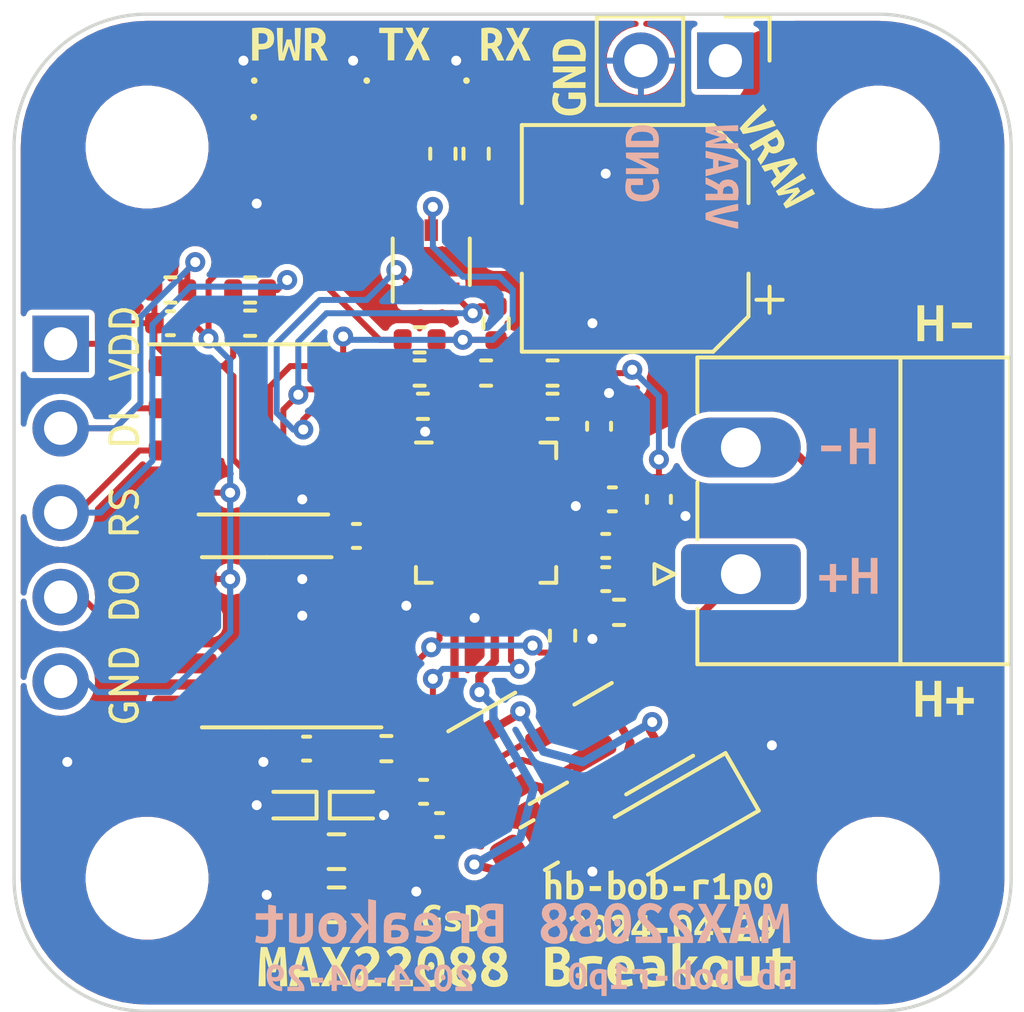
<source format=kicad_pcb>
(kicad_pcb (version 20240108) (generator "pcbnew") (generator_version "8.0")
  (title_block (title "HomeBus Breakout Board") (date "2024-04-29") (rev "r1.0") (company "Greg Davill <greg.davill@gmail.com>") (comment 1 "Based on MAX22088"))
  (layers (0 "F.Cu" signal) (31 "B.Cu" signal) (34 "B.Paste" user) (35 "F.Paste" user) (36 "B.SilkS" user "B.Silkscreen") (37 "F.SilkS" user "F.Silkscreen") (38 "B.Mask" user) (39 "F.Mask" user) (44 "Edge.Cuts" user))
  (net 0 "")
  (net 1 "VCC")
  (net 2 "GND")
  (net 3 "/VRAW")
  (net 4 "/H+")
  (net 5 "/H-")
  (net 6 "/DIN")
  (net 7 "/RST")
  (net 8 "/DOUT")
  (net 9 "Net-(C9-Pad1)")
  (net 10 "Net-(D1-A)")
  (net 11 "Net-(D2-A)")
  (net 12 "Net-(D3-A)")
  (net 13 "Net-(D6-A1)")
  (net 14 "Net-(D7-A1)")
  (net 15 "Net-(R5-Pad2)")
  (net 16 "/IOVDD")
  (net 17 "/IOGND")
  (net 18 "/_DOUT")
  (net 19 "/_DIN")
  (net 20 "/_RST")
  (net 21 "Net-(U4-CAPN)")
  (net 22 "Net-(U4-HNA)")
  (net 23 "Net-(U4-HPA)")
  (net 24 "Net-(U4-CAPP)")
  (net 25 "Net-(C10-Pad1)")
  (net 26 "Net-(C11-Pad1)")
  (net 27 "Net-(D6-A2)")
  (net 28 "Net-(D5-A)")
  (net 29 "Net-(D8-A1)")
  (net 30 "Net-(U4-SRA)")
  (net 31 "Net-(U4-~{HPEN})")
  (net 32 "Net-(R6-Pad2)")
  (net 33 "Net-(U4-TVL)")
  (net 34 "Net-(U4-TVT)")
  (net 35 "Net-(U4-TERM)")
  (net 36 "Net-(U4-HP)")
  (footprint "Resistor_SMD:R_0402_1005Metric" (layer "F.Cu") (at 178.2 83.3)
    (property "Reference" "R8" (hide yes))
    (property "Value" "27K" (hide yes))
  )
  (footprint "kibuzzard-65B9E354" (layer "F.Cu") (at 175.2 99.7)
    (property "Reference" "kibuzzard-65B9E354" (hide yes))
    (property "Value" "G***" (hide yes))
  )
  (footprint "kibuzzard-65B629EE" (layer "F.Cu") (at 176.8 73.4)
    (property "Reference" "kibuzzard-65B629EE" (hide yes))
    (property "Value" "G***" (hide yes))
  )
  (footprint "Diode_SMD:D_SOD-923" (layer "F.Cu") (at 172.29926 96.3)
    (property "Reference" "D7" (hide yes))
    (property "Value" "5.6V" (hide yes))
  )
  (footprint "kibuzzard-65B62B21" (layer "F.Cu") (at 178.7 74.4 90)
    (property "Reference" "kibuzzard-65B62B21" (hide yes))
    (property "Value" "G***" (hide yes))
  )
  (footprint "Resistor_SMD:R_0402_1005Metric" (layer "F.Cu") (at 178.50074 91.2 -90)
    (property "Reference" "R11" (hide yes))
    (property "Value" "82R" (hide yes))
  )
  (footprint "kibuzzard-65B629C5" (layer "F.Cu") (at 170.3 73.4)
    (property "Reference" "kibuzzard-65B629C5" (hide yes))
    (property "Value" "G***" (hide yes))
  )
  (footprint "LED_SMD:LED_0402_1005Metric" (layer "F.Cu") (at 170.31426 74.5)
    (property "Reference" "D5" (hide yes))
    (property "Value" "GREEN" (hide yes))
  )
  (footprint "kibuzzard-662F7DF1" (layer "F.Cu") (at 181.4 98.8)
    (property "Reference" "kibuzzard-662F7DF1" (hide yes))
    (property "Value" "G***" (hide yes))
  )
  (footprint "kibuzzard-65B6C60D" (layer "F.Cu") (at 190 93.1)
    (property "Reference" "kibuzzard-65B6C60D" (hide yes))
    (property "Value" "G***" (hide yes))
  )
  (footprint "MountingHole:MountingHole_3.2mm_M3_DIN965" (layer "F.Cu") (at 165.99926 98.500001)
    (property "Reference" "H3" (hide yes))
    (property "Value" "MountingHole" (hide yes))
  )
  (footprint "kibuzzard-65B629E6" (layer "F.Cu") (at 173.748437 73.4)
    (property "Reference" "kibuzzard-65B629E6" (hide yes))
    (property "Value" "G***" (hide yes))
  )
  (footprint "Resistor_SMD:R_0402_1005Metric" (layer "F.Cu") (at 180.2 90.5 180)
    (property "Reference" "R7" (hide yes))
    (property "Value" "180k" (hide yes))
  )
  (footprint "LED_SMD:LED_0402_1005Metric" (layer "F.Cu") (at 170.3 75.6)
    (property "Reference" "D1" (hide yes))
    (property "Value" "GREEN" (hide yes))
  )
  (footprint "Diode_SMD:D_SOD-123F" (layer "F.Cu") (at 181.99926 96.7 -150)
    (property "Reference" "D6" (hide yes))
    (property "Value" "24V" (hide yes))
  )
  (footprint "Capacitor_SMD:C_0402_1005Metric" (layer "F.Cu") (at 179.799999 88.5)
    (property "Reference" "C8" (hide yes))
    (property "Value" "0.1uF" (hide yes))
  )
  (footprint "Capacitor_SMD:C_0402_1005Metric" (layer "F.Cu") (at 179.8 89.5 180)
    (property "Reference" "C9" (hide yes))
    (property "Value" "1uF" (hide yes))
  )
  (footprint "MountingHole:MountingHole_3.2mm_M3_DIN965" (layer "F.Cu") (at 187.99926 76.5)
    (property "Reference" "H1" (hide yes))
    (property "Value" "MountingHole" (hide yes))
  )
  (footprint "Capacitor_SMD:C_0402_1005Metric" (layer "F.Cu") (at 180 87.1 180)
    (property "Reference" "C7" (hide yes))
    (property "Value" "1uF" (hide yes))
  )
  (footprint "LED_SMD:LED_0402_1005Metric" (layer "F.Cu") (at 176.7 74.5)
    (property "Reference" "D3" (hide yes))
    (property "Value" "RED" (hide yes))
  )
  (footprint "Package_DFN_QFN:QFN-24-1EP_4x4mm_P0.5mm_EP2.6x2.6mm" (layer "F.Cu") (at 176.2 87.5)
    (property "Reference" "U4" (hide yes))
    (property "Value" "MAX22088" (hide yes))
  )
  (footprint "Capacitor_SMD:C_0402_1005Metric" (layer "F.Cu") (at 174.32 95.9)
    (property "Reference" "C10" (hide yes))
    (property "Value" "10uF" (hide yes))
  )
  (footprint "Resistor_SMD:R_0402_1005Metric" (layer "F.Cu") (at 173.2 94.6)
    (property "Reference" "R13" (hide yes))
    (property "Value" "1K" (hide yes))
  )
  (footprint "Resistor_SMD:R_0805_2012Metric" (layer "F.Cu") (at 177.79926 97.5 30)
    (property "Reference" "R14" (hide yes))
    (property "Value" "1R" (hide yes))
  )
  (footprint "Connector_PinHeader_2.54mm:PinHeader_1x05_P2.54mm_Vertical" (layer "F.Cu") (at 163.4 82.42)
    (property "Reference" "J1" (hide yes))
    (property "Value" "PH_01x05" (hide yes))
  )
  (footprint "Connector_PinHeader_2.54mm:PinHeader_1x02_P2.54mm_Vertical" (layer "F.Cu") (at 183.39926 73.900001 -90)
    (property "Reference" "J2" (hide yes))
    (property "Value" "PinHeader 1x02" (hide yes))
  )
  (footprint "Package_TO_SOT_SMD:SOT-363_SC-70-6" (layer "F.Cu") (at 174.55 79.95 90)
    (property "Reference" "U3" (hide yes))
    (property "Value" "74LVC2G14DW-7" (hide yes))
  )
  (footprint "Diode_SMD:D_SOD-923" (layer "F.Cu") (at 170.29926 96.3 180)
    (property "Reference" "D8" (hide yes))
    (property "Value" "5.6V" (hide yes))
  )
  (footprint "kibuzzard-65B62A1A" (layer "F.Cu") (at 177.39926 101.1)
    (property "Reference" "kibuzzard-65B62A1A" (hide yes))
    (property "Value" "G***" (hide yes))
  )
  (footprint "Resistor_SMD:R_0402_1005Metric" (layer "F.Cu") (at 178.2 84.3)
    (property "Reference" "R4" (hide yes))
    (property "Value" "0R" (hide yes))
  )
  (footprint "Connector_Phoenix_MC:PhoenixContact_MC_1,5_2-G-3.81_1x02_P3.81mm_Horizontal" (layer "F.Cu") (at 183.86676 89.35 90)
    (property "Reference" "J3" (hide yes))
    (property "Value" "Terminal Block 2P" (hide yes))
  )
  (footprint "Resistor_SMD:R_0402_1005Metric" (layer "F.Cu") (at 174.3 84.3 180)
    (property "Reference" "R3" (hide yes))
    (property "Value" "62k" (hide yes))
  )
  (footprint "kibuzzard-65B62B19" (layer "F.Cu") (at 184.9 76.8 -60)
    (property "Reference" "kibuzzard-65B62B19" (hide yes))
    (property "Value" "G***" (hide yes))
  )
  (footprint "kibuzzard-662F7DF9" (layer "F.Cu") (at 181.8 100)
    (property "Reference" "kibuzzard-662F7DF9" (hide yes))
    (property "Value" "G***" (hide yes))
  )
  (footprint "Resistor_SMD:R_0402_1005Metric" (layer "F.Cu") (at 176.2 83.3)
    (property "Reference" "R9" (hide yes))
    (property "Value" "4.3K" (hide yes))
  )
  (footprint "Resistor_SMD:R_0402_1005Metric" (layer "F.Cu") (at 169.1 81.8 180)
    (property "Reference" "R1" (hide yes))
    (property "Value" "20K" (hide yes))
  )
  (footprint "MountingHole:MountingHole_3.2mm_M3_DIN965" (layer "F.Cu") (at 187.99926 98.500001)
    (property "Reference" "H4" (hide yes))
    (property "Value" "MountingHole" (hide yes))
  )
  (footprint "MountingHole:MountingHole_3.2mm_M3_DIN965" (layer "F.Cu") (at 165.99926 76.500001)
    (property "Reference" "H2" (hide yes))
    (property "Value" "MountingHole" (hide yes))
  )
  (footprint "Resistor_SMD:R_0402_1005Metric" (layer "F.Cu") (at 176.5 81.8 90)
    (property "Reference" "R2" (hide yes))
    (property "Value" "20K" (hide yes))
  )
  (footprint "Capacitor_SMD:C_0402_1005Metric" (layer "F.Cu") (at 179.6 84.9 90)
    (property "Reference" "C3" (hide yes))
    (property "Value" "0.1uF" (hide yes))
  )
  (footprint "Resistor_SMD:R_0603_1608Metric" (layer "F.Cu") (at 171.7 99.3)
    (property "Reference" "R16" (hide yes))
    (property "Value" "4.7R" (hide yes))
  )
  (footprint "Capacitor_SMD:C_0402_1005Metric" (layer "F.Cu") (at 166.7 81.8)
    (property "Reference" "C1" (hide yes))
    (property "Value" "0.1uF" (hide yes))
  )
  (footprint "Package_TO_SOT_SMD:SOT-23" (layer "F.Cu") (at 180.19926 94.3 -150)
    (property "Reference" "D9" (hide yes))
    (property "Value" "BAT54S" (hide yes))
  )
  (footprint "Capacitor_SMD:CP_Elec_6.3x7.7" (layer "F.Cu") (at 180.685998 79.247451 180)
    (property "Reference" "C4" (hide yes))
    (property "Value" "220uF" (hide yes))
  )
  (footprint "Resistor_SMD:R_0402_1005Metric" (layer "F.Cu") (at 174.9 76.7 -90)
    (property "Reference" "R5" (hide yes))
    (property "Value" "20K" (hide yes))
  )
  (footprint "Package_SO:SOIC-8_3.9x4.9mm_P1.27mm" (layer "F.Cu") (at 169.6 91.4 180)
    (property "Reference" "U2" (hide yes))
    (property "Value" "CA-IS3720" (hide yes))
  )
  (footprint "Resistor_SMD:R_0402_1005Metric" (layer "F.Cu") (at 169.1 80.8)
    (property "Reference" "R17" (hide yes))
    (property "Value" "20K" (hide yes))
  )
  (footprint "Capacitor_SMD:C_0402_1005Metric" (layer "F.Cu") (at 181.4 87.1 -90)
    (property "Reference" "C6" (hide yes))
    (property "Value" "10uF" (hide yes))
  )
  (footprint "Capacitor_SMD:C_0402_1005Metric" (layer "F.Cu") (at 172.3 88.2)
    (property "Reference" "C5" (hide yes))
    (property "Value" "0.1uF" (hide yes))
  )
  (footprint "Resistor_SMD:R_0402_1005Metric" (layer "F.Cu") (at 166.7 80.8)
    (property "Reference" "R18" (hide yes))
    (property "Value" "20K" (hide yes))
  )
  (footprint "LED_SMD:LED_0402_1005Metric" (layer "F.Cu") (at 173.7 74.5)
    (property "Reference" "D2" (hide yes))
    (property "Value" "ORANGE" (hide yes))
  )
  (footprint "Resistor_SMD:R_0402_1005Metric" (layer "F.Cu") (at 174.2 82.3)
    (property "Reference" "R12" (hide yes))
    (property "Value" "20K" (hide yes))
  )
  (footprint "Capacitor_SMD:C_0402_1005Metric" (layer "F.Cu") (at 170.8 94.6 180)
    (property "Reference" "C2" (hide yes))
    (property "Value" "0.1uF" (hide yes))
  )
  (footprint "Resistor_SMD:R_0603_1608Metric" (layer "F.Cu") (at 171.69926 97.7)
    (property "Reference" "R15" (hide yes))
    (property "Value" "4.7R" (hide yes))
  )
  (footprint "Capacitor_SMD:C_0402_1005Metric" (layer "F.Cu") (at 174.79926 96.9)
    (property "Reference" "C11" (hide yes))
    (property "Value" "10uF" (hide yes))
  )
  (footprint "Package_SO:SOIC-8_3.9x4.9mm_P1.27mm" (layer "F.Cu") (at 169.5 84.995)
    (property "Reference" "U1" (hide yes))
    (property "Value" "CA-IS3720" (hide yes))
  )
  (footprint "kibuzzard-65B6C61A" (layer "F.Cu") (at 190 81.8)
    (property "Reference" "kibuzzard-65B6C61A" (hide yes))
    (property "Value" "G***" (hide yes))
  )
  (footprint "Resistor_SMD:R_0402_1005Metric" (layer "F.Cu") (at 174.2 83.3)
    (property "Reference" "R10" (hide yes))
    (property "Value" "20K" (hide yes))
  )
  (footprint "Package_TO_SOT_SMD:SOT-23" (layer "F.Cu") (at 177.293467 94.59202 30)
    (property "Reference" "D4" (hide yes))
    (property "Value" "BAT54S" (hide yes))
  )
  (footprint "Resistor_SMD:R_0402_1005Metric" (layer "F.Cu") (at 175.9 76.7 -90)
    (property "Reference" "R6" (hide yes))
    (property "Value" "20K" (hide yes))
  )
  (footprint "kibuzzard-65B6C60D" (layer "B.Cu") (at 187.1 89.4 180)
    (property "Reference" "kibuzzard-65B6C60D" (hide yes))
    (property "Value" "G***" (hide yes))
  )
  (footprint "kibuzzard-662F7E13" (layer "B.Cu") (at 182.1 101.5 180)
    (property "Reference" "kibuzzard-662F7E13" (hide yes))
    (property "Value" "G***" (hide yes))
  )
  (footprint "kibuzzard-662F7E09" (layer "B.Cu") (at 172.7 101.5 180)
    (property "Reference" "kibuzzard-662F7E09" (hide yes))
    (property "Value" "G***" (hide yes))
  )
  (footprint "kibuzzard-65B62B21" (layer "B.Cu") (at 180.9 76.988838 90)
    (property "Reference" "kibuzzard-65B62B21" (hide yes))
    (property "Value" "G***" (hide yes))
  )
  (footprint "kibuzzard-65B6C61A" (layer "B.Cu") (at 187.1 85.5 180)
    (property "Reference" "kibuzzard-65B6C61A" (hide yes))
    (property "Value" "G***" (hide yes))
  )
  (footprint "kibuzzard-65B62B19" (layer "B.Cu") (at 183.3 77.4 90)
    (property "Reference" "kibuzzard-65B62B19" (hide yes))
    (property "Value" "G***" (hide yes))
  )
  (footprint "kibuzzard-65B62A1A" (layer "B.Cu") (at 177.3 99.8 180)
    (property "Reference" "kibuzzard-65B62A1A" (hide yes))
    (property "Value" "G***" (hide yes))
  )
  (gr_arc (start 165.99852 102.50124) (mid 163.170092 101.329667) (end 161.998521 98.501239) (stroke (width 0.1)) (layer "Edge.Cuts"))
  (gr_arc (start 187.99852 72.50124) (mid 190.826947 73.672813) (end 191.99852 76.50124) (stroke (width 0.1)) (layer "Edge.Cuts"))
  (gr_arc (start 161.99852 76.50124) (mid 163.170093 73.672813) (end 165.99852 72.50124) (stroke (width 0.1)) (layer "Edge.Cuts"))
  (gr_line (start 161.99852 76.50124) (end 161.998521 98.501239) (stroke (width 0.1)) (layer "Edge.Cuts"))
  (gr_line (start 165.99852 102.50124) (end 187.99852 102.50124) (stroke (width 0.1)) (layer "Edge.Cuts"))
  (gr_line (start 187.99852 72.50124) (end 165.99852 72.50124) (stroke (width 0.1)) (layer "Edge.Cuts"))
  (gr_line (start 191.99852 98.50124) (end 191.99852 76.50124) (stroke (width 0.1)) (layer "Edge.Cuts"))
  (gr_arc (start 191.99852 98.50124) (mid 190.826947 101.329667) (end 187.99852 102.50124) (stroke (width 0.1)) (layer "Edge.Cuts"))
  (gr_text "RS" (at 165.8 87.5 90) (layer "F.SilkS") (effects (font (size 0.8 0.8) (thickness 0.12)) (justify bottom)))
  (gr_text "DI" (at 165.8 85 90) (layer "F.SilkS") (effects (font (size 0.8 0.8) (thickness 0.12)) (justify bottom)))
  (gr_text "DO" (at 165.8 90 90) (layer "F.SilkS") (effects (font (size 0.8 0.8) (thickness 0.12)) (justify bottom)))
  (gr_text "GND" (at 165.8 92.7 90) (layer "F.SilkS") (effects (font (size 0.8 0.8) (thickness 0.12)) (justify bottom)))
  (gr_text "VDD" (at 165.8 82.4 90) (layer "F.SilkS") (effects (font (size 0.8 0.8) (thickness 0.12)) (justify bottom)))
  (segment (start 179.9 86.52) (end 180.48 87.1) (width 0.18) (layer "F.Cu") (net 1))
  (segment (start 171.9 82.2) (end 171.9 83.015) (width 0.18) (layer "F.Cu") (net 1))
  (segment (start 169.7 83.7) (end 170.31 83.09) (width 0.18) (layer "F.Cu") (net 1))
  (segment (start 172.075 93.305) (end 170.6 93.305) (width 0.18) (layer "F.Cu") (net 1))
  (segment (start 175.5 82.3) (end 174.71 82.3) (width 0.18) (layer "F.Cu") (net 1))
  (segment (start 170.31 83.09) (end 171.975 83.09) (width 0.18) (layer "F.Cu") (net 1))
  (segment (start 178.71 83.3) (end 178.71 82.909999) (width 0.18) (layer "F.Cu") (net 1))
  (segment (start 178.71 82.909999) (end 178.1 82.3) (width 0.18) (layer "F.Cu") (net 1))
  (segment (start 180.48 87.1) (end 180.92 87.1) (width 0.18) (layer "F.Cu") (net 1))
  (segment (start 180.59926 83.20124) (end 180.49926 83.30124) (width 0.18) (layer "F.Cu") (net 1))
  (segment (start 178.1375 86.75) (end 178.670642 86.75) (width 0.18) (layer "F.Cu") (net 1))
  (segment (start 181.4 86.62) (end 181.4 85.9) (width 0.18) (layer "F.Cu") (net 1))
  (segment (start 170.6 93.6) (end 170.6 93.305) (width 0.18) (layer "F.Cu") (net 1))
  (segment (start 178.900642 86.52) (end 179.9 86.52) (width 0.18) (layer "F.Cu") (net 1))
  (segment (start 171.28 94.6) (end 171.28 94.28) (width 0.18) (layer "F.Cu") (net 1))
  (segment (start 174.55 78.35) (end 174.6 78.3) (width 0.18) (layer "F.Cu") (net 1))
  (segment (start 170.6 93.305) (end 170.505 93.305) (width 0.18) (layer "F.Cu") (net 1))
  (segment (start 171.28 94.28) (end 170.6 93.6) (width 0.18) (layer "F.Cu") (net 1))
  (segment (start 178.670642 86.75) (end 178.900642 86.52) (width 0.18) (layer "F.Cu") (net 1))
  (segment (start 178.1 82.3) (end 175.5 82.3) (width 0.18) (layer "F.Cu") (net 1))
  (segment (start 169.7 92.5) (end 169.7 83.7) (width 0.18) (layer "F.Cu") (net 1))
  (segment (start 180.92 87.1) (end 181.4 86.62) (width 0.18) (layer "F.Cu") (net 1))
  (segment (start 170.505 93.305) (end 169.7 92.5) (width 0.18) (layer "F.Cu") (net 1))
  (segment (start 180.49926 83.30124) (end 178.71124 83.30124) (width 0.18) (layer "F.Cu") (net 1))
  (segment (start 174.55 79) (end 174.55 78.35) (width 0.18) (layer "F.Cu") (net 1))
  (via (at 180.59926 83.20124) (size 0.6) (drill 0.3) (layers "F.Cu" "B.Cu") (net 1))
  (via (at 171.9 82.2) (size 0.6) (drill 0.3) (layers "F.Cu" "B.Cu") (net 1))
  (via (at 175.5 82.3) (size 0.6) (drill 0.3) (layers "F.Cu" "B.Cu") (net 1))
  (via (at 181.4 85.9) (size 0.6) (drill 0.3) (layers "F.Cu" "B.Cu") (net 1))
  (via (at 174.6 78.3) (size 0.6) (drill 0.3) (layers "F.Cu" "B.Cu") (net 1))
  (segment (start 172 82.3) (end 175.5 82.3) (width 0.18) (layer "B.Cu") (net 1))
  (segment (start 181.4 84.00198) (end 181.4 85.9) (width 0.18) (layer "B.Cu") (net 1))
  (segment (start 172 82.3) (end 171.9 82.2) (width 0.18) (layer "B.Cu") (net 1))
  (segment (start 176.4 82.3) (end 175.5 82.3) (width 0.18) (layer "B.Cu") (net 1))
  (segment (start 180.59926 83.20124) (end 181.4 84.00198) (width 0.18) (layer "B.Cu") (net 1))
  (segment (start 176.6 80.4) (end 177 80.8) (width 0.18) (layer "B.Cu") (net 1))
  (segment (start 174.6 78.3) (end 174.6 79.5) (width 0.18) (layer "B.Cu") (net 1))
  (segment (start 175.5 80.4) (end 176.6 80.4) (width 0.18) (layer "B.Cu") (net 1))
  (segment (start 177 81.7) (end 176.4 82.3) (width 0.18) (layer "B.Cu") (net 1))
  (segment (start 174.6 79.5) (end 175.5 80.4) (width 0.18) (layer "B.Cu") (net 1))
  (segment (start 177 80.8) (end 177 81.7) (width 0.18) (layer "B.Cu") (net 1))
  (segment (start 172.83 96.3) (end 173.13 96.6) (width 0.18) (layer "F.Cu") (net 2))
  (segment (start 174.55 80.15) (end 174.9 79.8) (width 0.18) (layer "F.Cu") (net 2))
  (segment (start 175.997574 89.519897) (end 175.997574 90.525612) (width 0.18) (layer "F.Cu") (net 2))
  (segment (start 178.89926 87.30174) (end 178.84752 87.25) (width 0.18) (layer "F.Cu") (net 2))
  (segment (start 182.17802 87.58) (end 182.19926 87.601239) (width 0.2) (layer "F.Cu") (net 2))
  (segment (start 172.075 89.495) (end 170.675 89.495) (width 0.18) (layer "F.Cu") (net 2))
  (segment (start 169.82926 74.5) (end 169.82926 74.12926) (width 0.18) (layer "F.Cu") (net 2))
  (segment (start 170.835 90.765) (end 170.67 90.6) (width 0.18) (layer "F.Cu") (net 2))
  (segment (start 177.985998 79.247451) (end 177.985998 80.285998) (width 0.18) (layer "F.Cu") (net 2))
  (segment (start 169.87926 96.3) (end 169.29926 96.3) (width 0.18) (layer "F.Cu") (net 2))
  (segment (start 170.32 94.6) (end 169.9 94.6) (width 0.18) (layer "F.Cu") (net 2))
  (segment (start 169.82926 74.12926) (end 169.7 74) (width 0.18) (layer "F.Cu") (net 2))
  (segment (start 174.9 79.8) (end 177.433449 79.8) (width 0.18) (layer "F.Cu") (net 2))
  (segment (start 172.075 90.765) (end 170.835 90.765) (width 0.18) (layer "F.Cu") (net 2))
  (segment (start 171.975 86.9) (end 170.87 86.9) (width 0.18) (layer "F.Cu") (net 2))
  (segment (start 170.675 89.495) (end 170.67 89.5) (width 0.18) (layer "F.Cu") (net 2))
  (segment (start 179.6 84.2005) (end 179.89926 83.901239) (width 0.2) (layer "F.Cu") (net 2))
  (segment (start 177.985998 80.285998) (end 179.40074 81.70074) (width 0.18) (layer "F.Cu") (net 2))
  (segment (start 179.8 78) (end 179.8 77.3) (width 0.18) (layer "F.Cu") (net 2))
  (segment (start 175.95 89.4375) (end 175.997574 89.519897) (width 0.18) (layer "F.Cu") (net 2))
  (segment (start 176.215 74.115) (end 176 73.9) (width 0.18) (layer "F.Cu") (net 2))
  (segment (start 170.87 86.9) (end 170.67 87.1) (width 0.18) (layer "F.Cu") (net 2))
  (segment (start 169.9 94.6) (end 169.5 95) (width 0.18) (layer "F.Cu") (net 2))
  (segment (start 178.84752 87.25) (end 178.1375 87.25) (width 0.18) (layer "F.Cu") (net 2))
  (segment (start 174.55 80.9) (end 174.55 80.15) (width 0.18) (layer "F.Cu") (net 2))
  (segment (start 169 74) (end 168.9 73.9) (width 0.18) (layer "F.Cu") (net 2))
  (segment (start 175.95 89.4375) (end 175.95 87.749999) (width 0.18) (layer "F.Cu") (net 2))
  (segment (start 172.8 73.9) (end 172.2 73.9) (width 0.18) (layer "F.Cu") (net 2))
  (segment (start 179.6 84.42) (end 179.6 84.2005) (width 0.2) (layer "F.Cu") (net 2))
  (segment (start 178.89926 87.30174) (end 179.101 87.1) (width 0.18) (layer "F.Cu") (net 2))
  (segment (start 178.71 84.3) (end 179.48 84.3) (width 0.2) (layer "F.Cu") (net 2))
  (segment (start 179.101 87.1) (end 179.52 87.1) (width 0.18) (layer "F.Cu") (net 2))
  (segment (start 178.1375 87.25) (end 176.45 87.25) (width 0.18) (layer "F.Cu") (net 2))
  (segment (start 178.552549 79.247451) (end 179.8 78) (width 0.18) (layer "F.Cu") (net 2))
  (segment (start 173.215 74.315) (end 172.8 73.9) (width 0.18) (layer "F.Cu") (net 2))
  (segment (start 176.215 74.5) (end 176.215 74.115) (width 0.18) (layer "F.Cu") (net 2))
  (segment (start 179.40074 81.70074) (end 179.40074 81.8) (width 0.18) (layer "F.Cu") (net 2))
  (segment (start 181.4 87.58) (end 182.17802 87.58) (width 0.2) (layer "F.Cu") (net 2))
  (segment (start 174.366404 85.063013) (end 173.79 84.486609) (width 0.18) (layer "F.Cu") (net 2))
  (segment (start 176 73.9) (end 175.3 73.9) (width 0.18) (layer "F.Cu") (net 2))
  (segment (start 169.7 74) (end 169 74) (width 0.18) (layer "F.Cu") (net 2))
  (segment (start 172.71926 96.3) (end 172.83 96.3) (width 0.18) (layer "F.Cu") (net 2))
  (segment (start 175.997574 90.525612) (end 175.855858 90.667328) (width 0.18) (layer "F.Cu") (net 2))
  (segment (start 173.69 84.2) (end 173.69 83.3) (width 0.18) (layer "F.Cu") (net 2))
  (via (at 173.8 90.3) (size 0.6) (drill 0.3) (layers "F.Cu" "B.Cu") (net 2))
  (via (at 169.5 95) (size 0.6) (drill 0.3) (layers "F.Cu" "B.Cu") (net 2))
  (via (at 179.8 77.3) (size 0.6) (drill 0.3) (layers "F.Cu" "B.Cu") (net 2))
  (via (at 173.13 96.6) (size 0.6) (drill 0.3) (layers "F.Cu" "B.Cu") (net 2))
  (via (at 169.29926 96.3) (size 0.6) (drill 0.3) (layers "F.Cu" "B.Cu") (net 2))
  (via (at 163.6 95) (size 0.6) (drill 0.3) (layers "F.Cu" "B.Cu") (net 2))
  (via (at 182.19926 87.601239) (size 0.6) (drill 0.3) (layers "F.Cu" "B.Cu") (net 2))
  (via (at 175.3 73.9) (size 0.6) (drill 0.3) (layers "F.Cu" "B.Cu") (net 2))
  (via (at 184.8 94.5) (size 0.6) (drill 0.3) (layers "F.Cu" "B.Cu") (net 2))
  (via (at 169.29926 78.2) (size 0.6) (drill 0.3) (layers "F.Cu" "B.Cu") (net 2))
  (via (at 169.6 99) (size 0.6) (drill 0.3) (layers "F.Cu" "B.Cu") (net 2))
  (via (at 178.89926 87.30174) (size 0.6) (drill 0.3) (layers "F.Cu" "B.Cu") (net 2))
  (via (at 172.2 73.9) (size 0.6) (drill 0.3) (layers "F.Cu" "B.Cu") (net 2))
  (via (at 179.89926 83.901239) (size 0.6) (drill 0.3) (layers "F.Cu" "B.Cu") (net 2))
  (via (at 174.366404 85.063013) (size 0.6) (drill 0.3) (layers "F.Cu" "B.Cu") (net 2))
  (via (at 179.4 98.3) (size 0.6) (drill 0.3) (layers "F.Cu" "B.Cu") (net 2))
  (via (at 175.855858 90.667328) (size 0.6) (drill 0.3) (layers "F.Cu" "B.Cu") (net 2))
  (via (at 179.4 91.3) (size 0.6) (drill 0.3) (layers "F.Cu" "B.Cu") (net 2))
  (via (at 170.67 87.1) (size 0.6) (drill 0.3) (layers "F.Cu" "B.Cu") (net 2))
  (via (at 170.67 89.5) (size 0.6) (drill 0.3) (layers "F.Cu" "B.Cu") (net 2))
  (via (at 170.67 90.6) (size 0.6) (drill 0.3) (layers "F.Cu" "B.Cu") (net 2))
  (via (at 179.40074 81.8) (size 0.6) (drill 0.3) (layers "F.Cu" "B.Cu") (net 2))
  (via (at 174.1 98.9) (size 0.6) (drill 0.3) (layers "F.Cu" "B.Cu") (net 2))
  (via (at 168.9 73.9) (size 0.6) (drill 0.3) (layers "F.Cu" "B.Cu") (net 2))
  (segment (start 177.45 85.5625) (end 177.45 85.1505) (width 0.2) (layer "F.Cu") (net 3))
  (segment (start 178.5505 86.25) (end 179.4205 85.38) (width 0.2) (layer "F.Cu") (net 3))
  (segment (start 179.078019 85.38) (end 179.6 85.38) (width 0.2) (layer "F.Cu") (net 3))
  (segment (start 177.59926 85.001239) (end 178.69926 85.001239) (width 0.2) (layer "F.Cu") (net 3))
  (segment (start 178.69926 85.001239) (end 179.078019 85.38) (width 0.2) (layer "F.Cu") (net 3))
  (segment (start 178.1375 86.25) (end 178.5505 86.25) (width 0.2) (layer "F.Cu") (net 3))
  (segment (start 177.45 85.1505) (end 177.59926 85.001239) (width 0.2) (layer "F.Cu") (net 3))
  (segment (start 181.723918 90.90124) (end 179.125842 92.40124) (width 0.25) (layer "F.Cu") (net 4))
  (segment (start 182.31552 90.90124) (end 181.723918 90.90124) (width 0.25) (layer "F.Cu") (net 4))
  (segment (start 177.969955 94.086986) (end 174.888325 95.866166) (width 0.18) (layer "F.Cu") (net 4))
  (segment (start 179.125842 92.40124) (end 178.76674 93.741425) (width 0.25) (layer "F.Cu") (net 4))
  (segment (start 178.76674 93.741425) (end 178.105366 94.12327) (width 0.25) (layer "F.Cu") (net 4))
  (segment (start 183.86676 89.35) (end 182.31552 90.90124) (width 0.25) (layer "F.Cu") (net 4))
  (segment (start 179.387361 94.76875) (end 179.159378 94.373871) (width 0.25) (layer "F.Cu") (net 5))
  (segment (start 179.387361 94.76875) (end 178.518485 95.270396) (width 0.18) (layer "F.Cu") (net 5))
  (segment (start 185.59926 91.4) (end 186.19926 90.8) (width 0.25) (layer "F.Cu") (net 5))
  (segment (start 186.19926 86.39926) (end 185.34 85.54) (width 0.25) (layer "F.Cu") (net 5))
  (segment (start 186.19926 90.8) (end 186.19926 86.39926) (width 0.25) (layer "F.Cu") (net 5))
  (segment (start 179.61698 92.666077) (end 181.809891 91.399999) (width 0.25) (layer "F.Cu") (net 5))
  (segment (start 178.518485 95.270396) (end 177.290253 94.941293) (width 0.18) (layer "F.Cu") (net 5))
  (segment (start 175.739034 96.63455) (end 175.27926 96.9) (width 0.18) (layer "F.Cu") (net 5))
  (segment (start 177.290253 94.941293) (end 175.991882 95.690908) (width 0.18) (layer "F.Cu") (net 5))
  (segment (start 179.159378 94.373871) (end 179.61698 92.666077) (width 0.25) (layer "F.Cu") (net 5))
  (segment (start 175.991882 95.690908) (end 175.739034 96.63455) (width 0.18) (layer "F.Cu") (net 5))
  (segment (start 181.809891 91.399999) (end 185.59926 91.4) (width 0.25) (layer "F.Cu") (net 5))
  (segment (start 165.04 84.96) (end 163.4 84.96) (width 0.18) (layer "F.Cu") (net 6))
  (segment (start 165.64 84.36) (end 165.04 84.96) (width 0.18) (layer "F.Cu") (net 6))
  (segment (start 167.025 84.36) (end 165.64 84.36) (width 0.18) (layer "F.Cu") (net 6))
  (segment (start 167.21 80.200524) (end 167.21 80.8) (width 0.18) (layer "F.Cu") (net 6))
  (segment (start 167.449576 79.960948) (end 167.21 80.200524) (width 0.18) (layer "F.Cu") (net 6))
  (via (at 167.449576 79.960948) (size 0.6) (drill 0.3) (layers "F.Cu" "B.Cu") (net 6))
  (segment (start 163.4 84.96) (end 165.04 84.96) (width 0.18) (layer "B.Cu") (net 6))
  (segment (start 165.04 84.96) (end 165.8 84.2) (width 0.18) (layer "B.Cu") (net 6))
  (segment (start 165.8 84.2) (end 165.8 81.610524) (width 0.18) (layer "B.Cu") (net 6))
  (segment (start 165.8 81.610524) (end 167.449576 79.960948) (width 0.18) (layer "B.Cu") (net 6))
  (segment (start 167.025 85.63) (end 165.77 85.63) (width 0.18) (layer "F.Cu") (net 7))
  (segment (start 169.915 80.8) (end 170.215 80.5) (width 0.18) (layer "F.Cu") (net 7))
  (segment (start 165.77 85.63) (end 163.9 87.5) (width 0.18) (layer "F.Cu") (net 7))
  (segment (start 169.61 80.8) (end 169.915 80.8) (width 0.18) (layer "F.Cu") (net 7))
  (via (at 170.215 80.5) (size 0.6) (drill 0.3) (layers "F.Cu" "B.Cu") (net 7))
  (segment (start 166.16 81.84) (end 167.3 80.7) (width 0.18) (layer "B.Cu") (net 7))
  (segment (start 166.16 85.94) (end 166.16 81.84) (width 0.18) (layer "B.Cu") (net 7))
  (segment (start 170.015 80.7) (end 170.215 80.5) (width 0.18) (layer "B.Cu") (net 7))
  (segment (start 163.4 87.5) (end 164.6 87.5) (width 0.18) (layer "B.Cu") (net 7))
  (segment (start 167.3 80.7) (end 170.015 80.7) (width 0.18) (layer "B.Cu") (net 7))
  (segment (start 164.6 87.5) (end 166.16 85.94) (width 0.18) (layer "B.Cu") (net 7))
  (segment (start 167.125 92.035) (end 166.035 92.035) (width 0.18) (layer "F.Cu") (net 8))
  (segment (start 166.035 92.035) (end 164.04 90.04) (width 0.18) (layer "F.Cu") (net 8))
  (segment (start 180.28 89.82) (end 180.28 89.5) (width 0.18) (layer "F.Cu") (net 9))
  (segment (start 179.69 90.41) (end 180.28 89.82) (width 0.18) (layer "F.Cu") (net 9))
  (segment (start 169.9 81.8) (end 169.61 81.8) (width 0.18) (layer "F.Cu") (net 10))
  (segment (start 170.785 75.6) (end 170.785 80.915) (width 0.18) (layer "F.Cu") (net 10))
  (segment (start 170.785 80.915) (end 169.9 81.8) (width 0.18) (layer "F.Cu") (net 10))
  (segment (start 174.9 75.215) (end 174.185 74.5) (width 0.18) (layer "F.Cu") (net 11))
  (segment (start 174.9 76.19) (end 174.9 75.215) (width 0.18) (layer "F.Cu") (net 11))
  (segment (start 177.185 75.515) (end 176.51 76.19) (width 0.18) (layer "F.Cu") (net 12))
  (segment (start 177.185 74.5) (end 177.185 75.515) (width 0.18) (layer "F.Cu") (net 12))
  (segment (start 176.51 76.19) (end 175.9 76.19) (width 0.18) (layer "F.Cu") (net 12))
  (segment (start 175.250858 93.482336) (end 176.006568 94.238046) (width 0.25) (layer "F.Cu") (net 13))
  (segment (start 175.250858 90.40587) (end 175.250858 93.482336) (width 0.25) (layer "F.Cu") (net 13))
  (segment (start 181.133915 94.043871) (end 181.19926 93.8) (width 0.25) (layer "F.Cu") (net 13))
  (segment (start 175.45 90.206728) (end 175.250858 90.40587) (width 0.25) (layer "F.Cu") (net 13))
  (segment (start 176.006569 94.238047) (end 177.209208 93.543701) (width 0.25) (layer "F.Cu") (net 13))
  (segment (start 183.033416 95.69121) (end 181.911436 95.390577) (width 0.25) (layer "F.Cu") (net 13))
  (segment (start 177.209208 93.543701) (end 177.227191 93.476591) (width 0.25) (layer "F.Cu") (net 13))
  (segment (start 175.45 89.4375) (end 175.45 90.206728) (width 0.25) (layer "F.Cu") (net 13))
  (segment (start 181.911436 95.390577) (end 181.486159 94.653974) (width 0.25) (layer "F.Cu") (net 13))
  (segment (start 181.486159 94.653974) (end 181.133915 94.043871) (width 0.25) (layer "F.Cu") (net 13))
  (via (at 177.227191 93.476591) (size 0.6) (drill 0.3) (layers "F.Cu" "B.Cu") (net 13))
  (via (at 181.19926 93.8) (size 0.6) (drill 0.3) (layers "F.Cu" "B.Cu") (net 13))
  (segment (start 177.927191 94.689026) (end 179.110326 95.006047) (width 0.25) (layer "B.Cu") (net 13))
  (segment (start 177.227191 93.476591) (end 177.927191 94.689026) (width 0.25) (layer "B.Cu") (net 13))
  (segment (start 179.110326 95.006047) (end 181.19926 93.8) (width 0.25) (layer "B.Cu") (net 13))
  (segment (start 171.87926 96.72074) (end 171.87926 96.3) (width 0.18) (layer "F.Cu") (net 14))
  (segment (start 172.91 95.4) (end 173.71 94.6) (width 0.18) (layer "F.Cu") (net 14))
  (segment (start 171.87 96.3) (end 171.87 95.929117) (width 0.18) (layer "F.Cu") (net 14))
  (segment (start 170.9 97.7) (end 171.87926 96.72074) (width 0.18) (layer "F.Cu") (net 14))
  (segment (start 174.6 93.3) (end 174.6 92.5) (width 0.18) (layer "F.Cu") (net 14))
  (segment (start 172.399117 95.4) (end 172.91 95.4) (width 0.18) (layer "F.Cu") (net 14))
  (segment (start 176.95 91.95) (end 177.2 92.2) (width 0.18) (layer "F.Cu") (net 14))
  (segment (start 173.71 94.6) (end 173.71 94.19) (width 0.18) (layer "F.Cu") (net 14))
  (segment (start 176.95 89.4375) (end 176.95 91.95) (width 0.18) (layer "F.Cu") (net 14))
  (segment (start 171.87 95.929117) (end 172.399117 95.4) (width 0.18) (layer "F.Cu") (net 14))
  (segment (start 173.71 94.19) (end 174.6 93.3) (width 0.18) (layer "F.Cu") (net 14))
  (via (at 177.2 92.2) (size 0.6) (drill 0.3) (layers "F.Cu" "B.Cu") (net 14))
  (via (at 174.6 92.5) (size 0.6) (drill 0.3) (layers "F.Cu" "B.Cu") (net 14))
  (segment (start 174.6 92.5) (end 174.9 92.2) (width 0.18) (layer "B.Cu") (net 14))
  (segment (start 174.9 92.2) (end 177.2 92.2) (width 0.18) (layer "B.Cu") (net 14))
  (segment (start 173.9 79) (end 173.9 78) (width 0.18) (layer "F.Cu") (net 15))
  (segment (start 173.9 78) (end 174.69 77.21) (width 0.18) (layer "F.Cu") (net 15))
  (segment (start 169.1 86.4) (end 168.6 85.9) (width 0.18) (layer "F.Cu") (net 16))
  (segment (start 168.59 81.8) (end 168.59 82.79) (width 0.18) (layer "F.Cu") (net 16))
  (segment (start 166.22 81.8) (end 166.22 80.83) (width 0.18) (layer "F.Cu") (net 16))
  (segment (start 168.29 83.09) (end 167.025 83.09) (width 0.18) (layer "F.Cu") (net 16))
  (segment (start 165.4 81.8) (end 164.78 82.42) (width 0.18) (layer "F.Cu") (net 16))
  (segment (start 168.295 93.305) (end 169.1 92.5) (width 0.18) (layer "F.Cu") (net 16))
  (segment (start 168.59 81.8) (end 168.59 80.8) (width 0.18) (layer "F.Cu") (net 16))
  (segment (start 169.1 92.5) (end 169.1 86.4) (width 0.18) (layer "F.Cu") (net 16))
  (segment (start 168.59 82.79) (end 168.29 83.09) (width 0.18) (layer "F.Cu") (net 16))
  (segment (start 166.22 81.8) (end 166.22 82.42) (width 0.18) (layer "F.Cu") (net 16))
  (segment (start 167.125 93.305) (end 168.295 93.305) (width 0.18) (layer "F.Cu") (net 16))
  (segment (start 168.6 85.9) (end 168.6 83.4) (width 0.18) (layer "F.Cu") (net 16))
  (segment (start 168.6 83.4) (end 168.29 83.09) (width 0.18) (layer "F.Cu") (net 16))
  (segment (start 166.22 81.8) (end 165.4 81.8) (width 0.18) (layer "F.Cu") (net 16))
  (segment (start 166.22 82.42) (end 166.89 83.09) (width 0.18) (layer "F.Cu") (net 16))
  (segment (start 164.78 82.42) (end 163.4 82.42) (width 0.18) (layer "F.Cu") (net 16))
  (segment (start 168.495 89.495) (end 168.5 89.5) (width 0.18) (layer "F.Cu") (net 17))
  (segment (start 167.025 86.9) (end 168.5 86.9) (width 0.18) (layer "F.Cu") (net 17))
  (segment (start 167.388275 81.8) (end 167.850451 82.262176) (width 0.18) (layer "F.Cu") (net 17))
  (segment (start 167.850451 82.262176) (end 167.850451 80.549549) (width 0.18) (layer "F.Cu") (net 17))
  (segment (start 170.2 75.985) (end 169.815 75.6) (width 0.18) (layer "F.Cu") (net 17))
  (segment (start 167.18 81.8) (end 167.388275 81.8) (width 0.18) (layer "F.Cu") (net 17))
  (segment (start 167.125 89.495) (end 168.495 89.495) (width 0.18) (layer "F.Cu") (net 17))
  (segment (start 168.4 80) (end 169.8 80) (width 0.18) (layer "F.Cu") (net 17))
  (segment (start 167.850451 80.549549) (end 168.4 80) (width 0.18) (layer "F.Cu") (net 17))
  (segment (start 169.8 80) (end 170.2 79.6) (width 0.18) (layer "F.Cu") (net 17))
  (segment (start 170.2 79.6) (end 170.2 75.985) (width 0.18) (layer "F.Cu") (net 17))
  (via (at 167.850451 82.262176) (size 0.6) (drill 0.3) (layers "F.Cu" "B.Cu") (net 17))
  (via (at 168.5 89.5) (size 0.6) (drill 0.3) (layers "F.Cu" "B.Cu") (net 17))
  (via (at 168.5 86.9) (size 0.6) (drill 0.3) (layers "F.Cu" "B.Cu") (net 17))
  (segment (start 166.7 92.9) (end 168.5 91.1) (width 0.18) (layer "B.Cu") (net 17))
  (segment (start 168.5 82.911725) (end 168.5 87.6) (width 0.18) (layer "B.Cu") (net 17))
  (segment (start 168.5 90) (end 168.5 89.5) (width 0.18) (layer "B.Cu") (net 17))
  (segment (start 163.4 92.58) (end 164.18 92.58) (width 0.18) (layer "B.Cu") (net 17))
  (segment (start 164.5 92.9) (end 166.7 92.9) (width 0.18) (layer "B.Cu") (net 17))
  (segment (start 164.18 92.58) (end 164.5 92.9) (width 0.18) (layer "B.Cu") (net 17))
  (segment (start 168.5 91.1) (end 168.5 90) (width 0.18) (layer "B.Cu") (net 17))
  (segment (start 168.5 87.6) (end 168.5 86.9) (width 0.18) (layer "B.Cu") (net 17))
  (segment (start 167.850451 82.262176) (end 168.5 82.911725) (width 0.18) (layer "B.Cu") (net 17))
  (segment (start 168.5 90) (end 168.5 87.6) (width 0.18) (layer "B.Cu") (net 17))
  (segment (start 175.2 80.9) (end 175.8 81.5) (width 0.18) (layer "F.Cu") (net 18))
  (segment (start 173.58 85.880001) (end 173.58 85.08) (width 0.18) (layer "F.Cu") (net 18))
  (segment (start 173.599999 85.9) (end 173.58 85.880001) (width 0.18) (layer "F.Cu") (net 18))
  (segment (start 173.22 84.72) (end 173.22 84.03603) (width 0.18) (layer "F.Cu") (net 18))
  (segment (start 176.01 81.29) (end 175.8 81.5) (width 0.18) (layer "F.Cu") (net 18))
  (segment (start 173.949999 86.25) (end 173.599999 85.9) (width 0.18) (layer "F.Cu") (net 18))
  (segment (start 173.22 84.03603) (end 172.97397 83.79) (width 0.18) (layer "F.Cu") (net 18))
  (segment (start 170.1 84.4) (end 170.1 91.7) (width 0.18) (layer "F.Cu") (net 18))
  (segment (start 173.58 85.08) (end 173.22 84.72) (width 0.18) (layer "F.Cu") (net 18))
  (segment (start 170.435 92.035) (end 172.075 92.035) (width 0.18) (layer "F.Cu") (net 18))
  (segment (start 172.97397 83.79) (end 170.71 83.79) (width 0.18) (layer "F.Cu") (net 18))
  (segment (start 170.71 83.79) (end 170.1 84.4) (width 0.18) (layer "F.Cu") (net 18))
  (segment (start 176.5 81.29) (end 176.01 81.29) (width 0.18) (layer "F.Cu") (net 18))
  (segment (start 170.1 91.7) (end 170.435 92.035) (width 0.18) (layer "F.Cu") (net 18))
  (via (at 175.8 81.5) (size 0.6) (drill 0.3) (layers "F.Cu" "B.Cu") (net 18))
  (via (at 170.55 83.95) (size 0.6) (drill 0.3) (layers "F.Cu" "B.Cu") (net 18))
  (segment (start 175.8 81.5) (end 171.4 81.5) (width 0.18) (layer "B.Cu") (net 18))
  (segment (start 170.55 82.35) (end 170.55 83.95) (width 0.18) (layer "B.Cu") (net 18))
  (segment (start 171.4 81.5) (end 170.55 82.35) (width 0.18) (layer "B.Cu") (net 18))
  (segment (start 173.879774 86.75) (end 173.58 86.450226) (width 0.18) (layer "F.Cu") (net 19))
  (segment (start 173.58 86.450226) (end 173.58 86.389117) (width 0.18) (layer "F.Cu") (net 19))
  (segment (start 173.22 85.229116) (end 172.350884 84.36) (width 0.18) (layer "F.Cu") (net 19))
  (segment (start 171.04 84.36) (end 171.975 84.36) (width 0.18) (layer "F.Cu") (net 19))
  (segment (start 170.7 85) (end 170.7 84.7) (width 0.18) (layer "F.Cu") (net 19))
  (segment (start 174.2625 86.75) (end 173.879774 86.75) (width 0.18) (layer "F.Cu") (net 19))
  (segment (start 170.7 84.7) (end 171.04 84.36) (width 0.18) (layer "F.Cu") (net 19))
  (segment (start 173.9 80.9) (end 173.9 80.6) (width 0.18) (layer "F.Cu") (net 19))
  (segment (start 173.58 86.389117) (end 173.22 86.029117) (width 0.18) (layer "F.Cu") (net 19))
  (segment (start 173.9 80.6) (end 173.5 80.2) (width 0.18) (layer "F.Cu") (net 19))
  (segment (start 173.22 86.029117) (end 173.22 85.229116) (width 0.18) (layer "F.Cu") (net 19))
  (via (at 170.7 85) (size 0.6) (drill 0.3) (layers "F.Cu" "B.Cu") (net 19))
  (via (at 173.5 80.2) (size 0.6) (drill 0.3) (layers "F.Cu" "B.Cu") (net 19))
  (segment (start 170.4 85) (end 170.7 85) (width 0.18) (layer "B.Cu") (net 19))
  (segment (start 173.5 80.2) (end 172.6 81.1) (width 0.18) (layer "B.Cu") (net 19))
  (segment (start 169.9 84.5) (end 170.4 85) (width 0.18) (layer "B.Cu") (net 19))
  (segment (start 169.9 82.4) (end 171.2 81.1) (width 0.18) (layer "B.Cu") (net 19))
  (segment (start 171.2 81.1) (end 172.6 81.1) (width 0.18) (layer "B.Cu") (net 19))
  (segment (start 169.9 82.4) (end 169.9 84.5) (width 0.18) (layer "B.Cu") (net 19))
  (segment (start 174.2625 87.25) (end 173.870658 87.25) (width 0.18) (layer "F.Cu") (net 20))
  (segment (start 173.22 86.538234) (end 172.311766 85.63) (width 0.18) (layer "F.Cu") (net 20))
  (segment (start 173.870658 87.25) (end 173.22 86.599342) (width 0.18) (layer "F.Cu") (net 20))
  (segment (start 173.22 86.599342) (end 173.22 86.538234) (width 0.18) (layer "F.Cu") (net 20))
  (segment (start 174.2625 87.75) (end 173.35 87.75) (width 0.18) (layer "F.Cu") (net 21))
  (segment (start 173.35 87.75) (end 173.2 87.6) (width 0.18) (layer "F.Cu") (net 21))
  (segment (start 172.42 87.6) (end 171.82 88.2) (width 0.18) (layer "F.Cu") (net 21))
  (segment (start 173.2 87.6) (end 172.42 87.6) (width 0.18) (layer "F.Cu") (net 21))
  (segment (start 174.2625 88.25) (end 172.83 88.25) (width 0.18) (layer "F.Cu") (net 22))
  (segment (start 179.32 89.5) (end 179.32 88.499999) (width 0.2) (layer "F.Cu") (net 23))
  (segment (start 179.08124 88.26124) (end 179.32 88.499999) (width 0.2) (layer "F.Cu") (net 23))
  (segment (start 178.14874 88.26124) (end 179.08124 88.26124) (width 0.2) (layer "F.Cu") (net 23))
  (segment (start 180.71 90.09) (end 180.9 89.9) (width 0.18) (layer "F.Cu") (net 24))
  (segment (start 178.527776 87.75) (end 178.659016 87.881241) (width 0.2) (layer "F.Cu") (net 24))
  (segment (start 180.9 89.9) (end 180.9 88.8) (width 0.18) (layer "F.Cu") (net 24))
  (segment (start 178.659016 87.881241) (end 179.66124 87.88124) (width 0.2) (layer "F.Cu") (net 24))
  (segment (start 179.66124 87.88124) (end 180.28 88.499999) (width 0.2) (layer "F.Cu") (net 24))
  (segment (start 180.6 88.5) (end 180.279999 88.5) (width 0.18) (layer "F.Cu") (net 24))
  (segment (start 178.1375 87.75) (end 178.527776 87.75) (width 0.2) (layer "F.Cu") (net 24))
  (segment (start 180.9 88.8) (end 180.6 88.5) (width 0.18) (layer "F.Cu") (net 24))
  (segment (start 180.71 90.5) (end 180.71 90.09) (width 0.18) (layer "F.Cu") (net 24))
  (segment (start 173.2 97.7) (end 172.52426 97.7) (width 0.18) (layer "F.Cu") (net 25))
  (segment (start 173.7 97.2) (end 173.2 97.7) (width 0.18) (layer "F.Cu") (net 25))
  (segment (start 173.91926 95.9) (end 173.7 96.11926) (width 0.18) (layer "F.Cu") (net 25))
  (segment (start 173.7 96.11926) (end 173.7 97.2) (width 0.18) (layer "F.Cu") (net 25))
  (segment (start 172.7 99.3) (end 174.3 97.7) (width 0.18) (layer "F.Cu") (net 26))
  (segment (start 174.3 97.7) (end 174.3 96.91926) (width 0.18) (layer "F.Cu") (net 26))
  (segment (start 177.852415 95.767067) (end 177.378275 95.640021) (width 0.25) (layer "F.Cu") (net 27))
  (segment (start 180.539574 94.413808) (end 180.062802 96.193143) (width 0.25) (layer "F.Cu") (net 27))
  (segment (start 180.493887 93.032932) (end 180.255651 93.92204) (width 0.25) (layer "F.Cu") (net 27))
  (segment (start 179.779589 96.356657) (end 178.589508 97.04375) (width 0.25) (layer "F.Cu") (net 27))
  (segment (start 178.589508 97.04375) (end 177.852415 95.767067) (width 0.25) (layer "F.Cu") (net 27))
  (segment (start 180.255651 93.92204) (end 180.539574 94.413808) (width 0.25) (layer "F.Cu") (net 27))
  (segment (start 180.258544 96.484991) (end 179.779589 96.356657) (width 0.25) (layer "F.Cu") (net 27))
  (segment (start 180.786825 97.4) (end 180.258544 96.484991) (width 0.25) (layer "F.Cu") (net 27))
  (segment (start 180.062802 96.193143) (end 179.779589 96.356657) (width 0.25) (layer "F.Cu") (net 27))
  (segment (start 173.69 82.3) (end 173 82.3) (width 0.18) (layer "F.Cu") (net 28))
  (segment (start 173 82.3) (end 171.5 80.8) (width 0.18) (layer "F.Cu") (net 28))
  (segment (start 171.5 80.8) (end 171.5 75.20074) (width 0.18) (layer "F.Cu") (net 28))
  (segment (start 171.5 75.20074) (end 170.79926 74.5) (width 0.18) (layer "F.Cu") (net 28))
  (segment (start 170.1 97.2) (end 170.71926 96.58074) (width 0.18) (layer "F.Cu") (net 29))
  (segment (start 174.80074 91.3) (end 174.80074 90.164255) (width 0.18) (layer "F.Cu") (net 29))
  (segment (start 173.9 92.20074) (end 174.80074 91.3) (width 0.18) (layer "F.Cu") (net 29))
  (segment (start 170.875 99.3) (end 170.1 98.525) (width 0.18) (layer "F.Cu") (net 29))
  (segment (start 178.50074 91.71) (end 177.81 91.71) (width 0.18) (layer "F.Cu") (net 29))
  (segment (start 177.81 91.71) (end 177.6 91.5) (width 0.18) (layer "F.Cu") (net 29))
  (segment (start 170.1 98.525) (end 170.1 97.2) (width 0.18) (layer "F.Cu") (net 29))
  (segment (start 173.9 93.3) (end 173.9 92.20074) (width 0.18) (layer "F.Cu") (net 29))
  (segment (start 172.4 94.6) (end 172.69 94.6) (width 0.18) (layer "F.Cu") (net 29))
  (segment (start 170.71 96.29) (end 172.4 94.6) (width 0.18) (layer "F.Cu") (net 29))
  (segment (start 170.71926 96.58074) (end 170.71926 96.3) (width 0.18) (layer "F.Cu") (net 29))
  (segment (start 174.80074 90.164255) (end 174.95 90.014995) (width 0.18) (layer "F.Cu") (net 29))
  (segment (start 174.95 90.014995) (end 174.95 89.4375) (width 0.18) (layer "F.Cu") (net 29))
  (segment (start 172.69 94.51) (end 173.9 93.3) (width 0.18) (layer "F.Cu") (net 29))
  (via (at 177.6 91.5) (size 0.6) (drill 0.3) (layers "F.Cu" "B.Cu") (net 29))
  (via (at 174.55037 91.55037) (size 0.6) (drill 0.3) (layers "F.Cu" "B.Cu") (net 29))
  (segment (start 174.60074 91.5) (end 174.55037 91.55037) (width 0.18) (layer "B.Cu") (net 29))
  (segment (start 177.6 91.5) (end 174.60074 91.5) (width 0.18) (layer "B.Cu") (net 29))
  (segment (start 175.1 84.3) (end 174.81 84.3) (width 0.18) (layer "F.Cu") (net 30))
  (segment (start 175.45 84.65) (end 175.1 84.3) (width 0.18) (layer "F.Cu") (net 30))
  (segment (start 175.45 85.5625) (end 175.45 84.65) (width 0.18) (layer "F.Cu") (net 30))
  (segment (start 176.95 85.5625) (end 176.95 84.65) (width 0.18) (layer "F.Cu") (net 31))
  (segment (start 176.95 84.65) (end 177.3 84.3) (width 0.18) (layer "F.Cu") (net 31))
  (segment (start 177.3 84.3) (end 177.69 84.3) (width 0.18) (layer "F.Cu") (net 31))
  (segment (start 175.9 77.8) (end 175.9 77.21) (width 0.18) (layer "F.Cu") (net 32))
  (segment (start 175.2 78.5) (end 175.9 77.8) (width 0.18) (layer "F.Cu") (net 32))
  (segment (start 175.2 79) (end 175.2 78.5) (width 0.18) (layer "F.Cu") (net 32))
  (segment (start 176.45 85.5625) (end 176.45 84.2) (width 0.18) (layer "F.Cu") (net 33))
  (segment (start 176.71 83.94) (end 176.45 84.2) (width 0.18) (layer "F.Cu") (net 33))
  (segment (start 177.69 83.3) (end 176.71 83.3) (width 0.18) (layer "F.Cu") (net 33))
  (segment (start 176.71 83.3) (end 176.71 83.94) (width 0.18) (layer "F.Cu") (net 33))
  (segment (start 175.69 83.3) (end 175.69 83.94) (width 0.18) (layer "F.Cu") (net 34))
  (segment (start 175.95 85.5625) (end 175.95 84.2) (width 0.18) (layer "F.Cu") (net 34))
  (segment (start 175.69 83.94) (end 175.95 84.2) (width 0.18) (layer "F.Cu") (net 34))
  (segment (start 174.71 83.3) (end 175.69 83.3) (width 0.18) (layer "F.Cu") (net 34))
  (segment (start 177.45 90.25) (end 177.89 90.69) (width 0.18) (layer "F.Cu") (net 35))
  (segment (start 177.89 90.69) (end 178.50074 90.69) (width 0.18) (layer "F.Cu") (net 35))
  (segment (start 177.45 89.4375) (end 177.45 90.25) (width 0.18) (layer "F.Cu") (net 35))
  (segment (start 176.45 89.4375) (end 176.460858 89.448358) (width 0.25) (layer "F.Cu") (net 36))
  (segment (start 176 92.421716) (end 176 92.9) (width 0.25) (layer "F.Cu") (net 36))
  (segment (start 176.460858 91.960858) (end 176 92.421716) (width 0.25) (layer "F.Cu") (net 36))
  (segment (start 177.009012 97.95625) (end 176.488693 98.256657) (width 0.25) (layer "F.Cu") (net 36))
  (segment (start 176.488693 98.256657) (end 175.846102 98.084475) (width 0.25) (layer "F.Cu") (net 36))
  (segment (start 176.460858 89.448358) (end 176.460858 91.960858) (width 0.25) (layer "F.Cu") (net 36))
  (via (at 175.846102 98.084475) (size 0.6) (drill 0.3) (layers "F.Cu" "B.Cu") (net 36))
  (via (at 176 92.9) (size 0.6) (drill 0.3) (layers "F.Cu" "B.Cu") (net 36))
  (segment (start 177.231742 97.284475) (end 177.63437 95.781847) (width 0.25) (layer "B.Cu") (net 36))
  (segment (start 175.846102 98.084475) (end 177.231742 97.284475) (width 0.25) (layer "B.Cu") (net 36))
  (segment (start 176.42055 93.32055) (end 176 92.9) (width 0.25) (layer "B.Cu") (net 36))
  (segment (start 176.42055 93.67945) (end 176.42055 93.32055) (width 0.25) (layer "B.Cu") (net 36))
  (segment (start 177.63437 95.781847) (end 176.42055 93.67945) (width 0.25) (layer "B.Cu") (net 36))
  (zone (net 3) (net_name "/VRAW") (layer "F.Cu") (priority 5) (connect_pads yes (clearance 0.18)) (min_thickness 0.18) (fill yes (thermal_gap 0.2) (thermal_bridge_width 0.18) (smoothing fillet) (radius 0.5))
    (polygon (pts (xy 177.20074 86) (xy 177.20074 84.7) (xy 178.70074 84.7) (xy 178.90074 84.9) (xy 180.00074 84.9) (xy 181.10074 83.8) (xy 180.40074 80.3) (xy 181.20074 78.9) (xy 184.00074 74.7) (xy 184.00074 73) (xy 185.70074 73) (xy 185.70074 74.9) (xy 184.30074 80.6) (xy 181.90074 84.8) (xy 180.10074 85.7) (xy 179.40074 85.7) (xy 178.60074 86.5) (xy 177.70074 86.5)))
  )
  (zone (net 2) (net_name "GND") (layer "F.Cu") (connect_pads no (clearance 0.18)) (min_thickness 0.18) (fill yes (thermal_gap 0.2) (thermal_bridge_width 0.18) (smoothing fillet) (radius 0.5))
    (polygon (pts (xy 161.99852 102.50124) (xy 191.99852 102.50124) (xy 191.99852 72.50124) (xy 161.99852 72.50124)))
  )
  (zone (net 2) (net_name "GND") (layer "B.Cu") (connect_pads (clearance 0.18)) (min_thickness 0.18) (fill yes (thermal_gap 0.2) (thermal_bridge_width 0.18) (smoothing fillet) (radius 0.5))
    (polygon (pts (xy 161.99852 102.50124) (xy 191.99852 102.50124) (xy 191.99852 72.50124) (xy 161.99852 72.50124)))
  )
)
</source>
